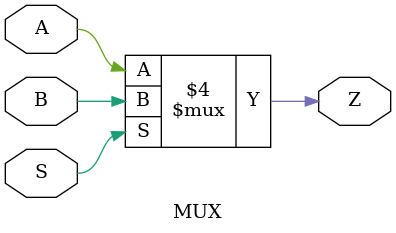
<source format=v>


`timescale 1ns / 100ps

module MUX (

   input  wire A, B, S,
   //output wire Z             // Z must be declared as 'wire' if assigned through 'assign' or gate primitives, otherwise
   output reg Z                // the net type must be 'reg' if Z is used within a procedural block such as 'always' 

   ) ;


   ////////////////////////////////
   //   behavioral description   //
   ////////////////////////////////

   always @(A,B,S) begin          // **IMPORTANT: this is a COMBINATIONAL block, all signals contribute to the SENSITIVITY LIST

      if( S == 1'b0 ) begin       // **NOTE: the C-style equality operator checks if the condition is true or false
         Z = A ;
      end
      else begin
         Z = B ;
      end
   end  // always


   ////////////////////////////////
   //   conditional assignment   //
   ////////////////////////////////

   //assign Z = (S == 1'b0) ? A : B ;  




   //////////////////////////
   //   boolean function   //
   //////////////////////////

   //assign Z = (A & ~S) | (B & S) ;



   ////////////////////////////////////
   //   schematic using primitives   //
   ////////////////////////////////////

/*
   wire w1, w2, Sbar ;

   not u1 (Sbar, S) ;

   and u2 (w1, A, Sbar) ;
   and u2 (w2, B, S) ;

   or  u3 (Z, w1, w2) ;

*/

endmodule


</source>
